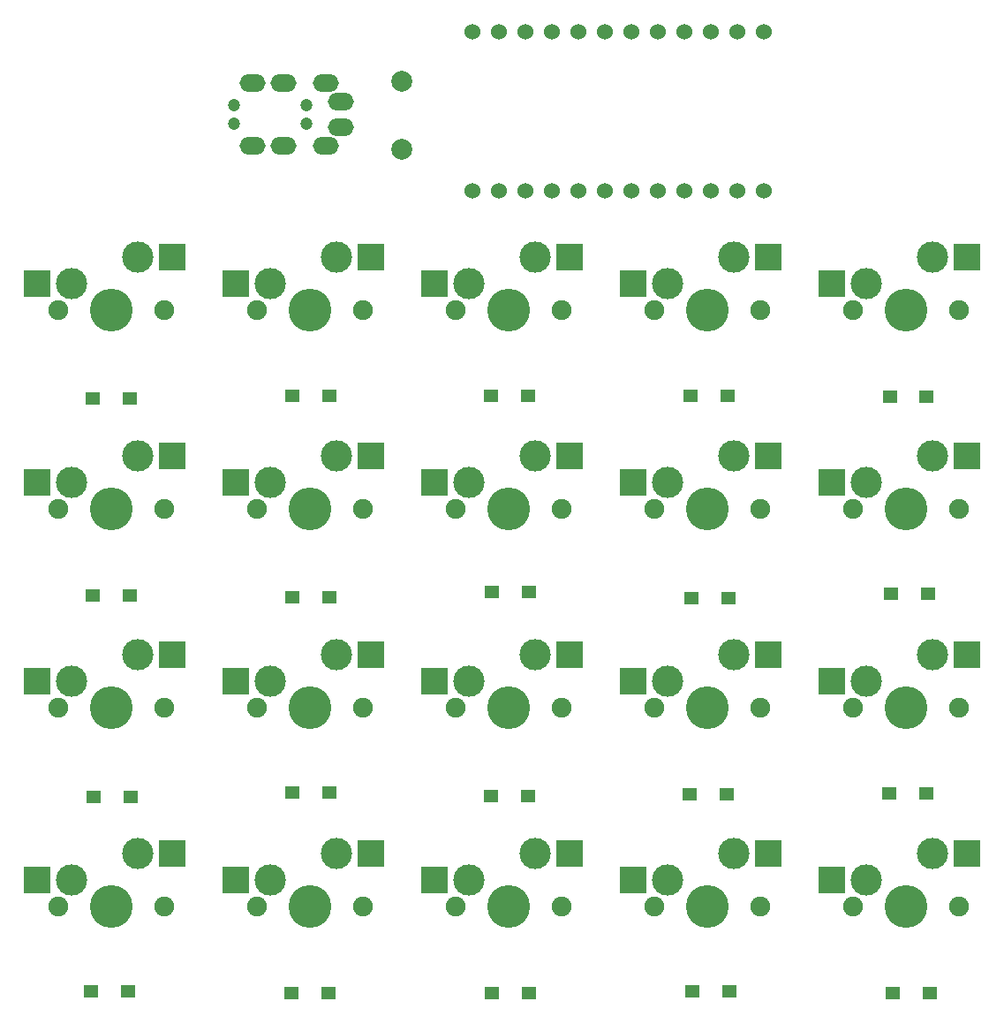
<source format=gbs>
%TF.GenerationSoftware,KiCad,Pcbnew,7.0.1-0*%
%TF.CreationDate,2023-08-16T18:46:33+09:00*%
%TF.ProjectId,jisaku20,6a697361-6b75-4323-902e-6b696361645f,rev?*%
%TF.SameCoordinates,Original*%
%TF.FileFunction,Soldermask,Bot*%
%TF.FilePolarity,Negative*%
%FSLAX46Y46*%
G04 Gerber Fmt 4.6, Leading zero omitted, Abs format (unit mm)*
G04 Created by KiCad (PCBNEW 7.0.1-0) date 2023-08-16 18:46:33*
%MOMM*%
%LPD*%
G01*
G04 APERTURE LIST*
%ADD10C,1.200000*%
%ADD11O,2.500000X1.700000*%
%ADD12C,1.900000*%
%ADD13C,3.000000*%
%ADD14C,4.100000*%
%ADD15R,2.550000X2.500000*%
%ADD16C,1.524000*%
%ADD17C,2.000000*%
%ADD18R,1.400000X1.300000*%
G04 APERTURE END LIST*
D10*
%TO.C,J1*%
X11760000Y17870000D03*
X18760000Y17870000D03*
X11760000Y19620000D03*
X18760000Y19620000D03*
D11*
X22060000Y17520000D03*
X22060000Y19970000D03*
X13560000Y15770000D03*
X13560000Y21720000D03*
X16560000Y15770000D03*
X16560000Y21720000D03*
X20560000Y15770000D03*
X20560000Y21720000D03*
%TD*%
D12*
%TO.C,SW15*%
X71120000Y-38100000D03*
D13*
X72390000Y-35560000D03*
D14*
X76200000Y-38100000D03*
D13*
X78740000Y-33020000D03*
D12*
X81280000Y-38100000D03*
D15*
X69115000Y-35560000D03*
X82042000Y-33020000D03*
%TD*%
D12*
%TO.C,SW1*%
X-5080000Y0D03*
D13*
X-3810000Y2540000D03*
D14*
X0Y0D03*
D13*
X2540000Y5080000D03*
D12*
X5080000Y0D03*
D15*
X-7085000Y2540000D03*
X5842000Y5080000D03*
%TD*%
D16*
%TO.C,U1*%
X62600000Y11430000D03*
X60060000Y11430000D03*
X57520000Y11430000D03*
X54980000Y11430000D03*
X52440000Y11430000D03*
X49900000Y11430000D03*
X47360000Y11430000D03*
X44820000Y11430000D03*
X42280000Y11430000D03*
X39740000Y11430000D03*
X37200000Y11430000D03*
X34660000Y11430000D03*
X34660000Y26650000D03*
X37200000Y26650000D03*
X39740000Y26650000D03*
X42280000Y26650000D03*
X44820000Y26650000D03*
X47360000Y26650000D03*
X49900000Y26650000D03*
X52440000Y26650000D03*
X54980000Y26650000D03*
X57520000Y26650000D03*
X60060000Y26650000D03*
X62600000Y26650000D03*
%TD*%
D12*
%TO.C,SW14*%
X52070000Y-38100000D03*
D13*
X53340000Y-35560000D03*
D14*
X57150000Y-38100000D03*
D13*
X59690000Y-33020000D03*
D12*
X62230000Y-38100000D03*
D15*
X50065000Y-35560000D03*
X62992000Y-33020000D03*
%TD*%
D12*
%TO.C,SW2*%
X13970000Y0D03*
D13*
X15240000Y2540000D03*
D14*
X19050000Y0D03*
D13*
X21590000Y5080000D03*
D12*
X24130000Y0D03*
D15*
X11965000Y2540000D03*
X24892000Y5080000D03*
%TD*%
D12*
%TO.C,SW17*%
X13970000Y-57150000D03*
D13*
X15240000Y-54610000D03*
D14*
X19050000Y-57150000D03*
D13*
X21590000Y-52070000D03*
D12*
X24130000Y-57150000D03*
D15*
X11965000Y-54610000D03*
X24892000Y-52070000D03*
%TD*%
D12*
%TO.C,SW5*%
X71120000Y0D03*
D13*
X72390000Y2540000D03*
D14*
X76200000Y0D03*
D13*
X78740000Y5080000D03*
D12*
X81280000Y0D03*
D15*
X69115000Y2540000D03*
X82042000Y5080000D03*
%TD*%
D12*
%TO.C,SW7*%
X13970000Y-19050000D03*
D13*
X15240000Y-16510000D03*
D14*
X19050000Y-19050000D03*
D13*
X21590000Y-13970000D03*
D12*
X24130000Y-19050000D03*
D15*
X11965000Y-16510000D03*
X24892000Y-13970000D03*
%TD*%
D12*
%TO.C,SW20*%
X71120000Y-57150000D03*
D13*
X72390000Y-54610000D03*
D14*
X76200000Y-57150000D03*
D13*
X78740000Y-52070000D03*
D12*
X81280000Y-57150000D03*
D15*
X69115000Y-54610000D03*
X82042000Y-52070000D03*
%TD*%
D12*
%TO.C,SW8*%
X33020000Y-19050000D03*
D13*
X34290000Y-16510000D03*
D14*
X38100000Y-19050000D03*
D13*
X40640000Y-13970000D03*
D12*
X43180000Y-19050000D03*
D15*
X31015000Y-16510000D03*
X43942000Y-13970000D03*
%TD*%
D12*
%TO.C,SW10*%
X71120000Y-19050000D03*
D13*
X72390000Y-16510000D03*
D14*
X76200000Y-19050000D03*
D13*
X78740000Y-13970000D03*
D12*
X81280000Y-19050000D03*
D15*
X69115000Y-16510000D03*
X82042000Y-13970000D03*
%TD*%
D12*
%TO.C,SW3*%
X33020000Y0D03*
D13*
X34290000Y2540000D03*
D14*
X38100000Y0D03*
D13*
X40640000Y5080000D03*
D12*
X43180000Y0D03*
D15*
X31015000Y2540000D03*
X43942000Y5080000D03*
%TD*%
D12*
%TO.C,SW16*%
X-5080000Y-57150000D03*
D13*
X-3810000Y-54610000D03*
D14*
X0Y-57150000D03*
D13*
X2540000Y-52070000D03*
D12*
X5080000Y-57150000D03*
D15*
X-7085000Y-54610000D03*
X5842000Y-52070000D03*
%TD*%
D12*
%TO.C,SW18*%
X33020000Y-57150000D03*
D13*
X34290000Y-54610000D03*
D14*
X38100000Y-57150000D03*
D13*
X40640000Y-52070000D03*
D12*
X43180000Y-57150000D03*
D15*
X31015000Y-54610000D03*
X43942000Y-52070000D03*
%TD*%
D12*
%TO.C,SW12*%
X13970000Y-38100000D03*
D13*
X15240000Y-35560000D03*
D14*
X19050000Y-38100000D03*
D13*
X21590000Y-33020000D03*
D12*
X24130000Y-38100000D03*
D15*
X11965000Y-35560000D03*
X24892000Y-33020000D03*
%TD*%
D12*
%TO.C,SW9*%
X52070000Y-19050000D03*
D13*
X53340000Y-16510000D03*
D14*
X57150000Y-19050000D03*
D13*
X59690000Y-13970000D03*
D12*
X62230000Y-19050000D03*
D15*
X50065000Y-16510000D03*
X62992000Y-13970000D03*
%TD*%
D17*
%TO.C,SW21*%
X27830000Y15380000D03*
X27830000Y21880000D03*
%TD*%
D12*
%TO.C,SW11*%
X-5080000Y-38100000D03*
D13*
X-3810000Y-35560000D03*
D14*
X0Y-38100000D03*
D13*
X2540000Y-33020000D03*
D12*
X5080000Y-38100000D03*
D15*
X-7085000Y-35560000D03*
X5842000Y-33020000D03*
%TD*%
D12*
%TO.C,SW6*%
X-5080000Y-19050000D03*
D13*
X-3810000Y-16510000D03*
D14*
X0Y-19050000D03*
D13*
X2540000Y-13970000D03*
D12*
X5080000Y-19050000D03*
D15*
X-7085000Y-16510000D03*
X5842000Y-13970000D03*
%TD*%
D12*
%TO.C,SW4*%
X52070000Y0D03*
D13*
X53340000Y2540000D03*
D14*
X57150000Y0D03*
D13*
X59690000Y5080000D03*
D12*
X62230000Y0D03*
D15*
X50065000Y2540000D03*
X62992000Y5080000D03*
%TD*%
D12*
%TO.C,SW13*%
X33020000Y-38100000D03*
D13*
X34290000Y-35560000D03*
D14*
X38100000Y-38100000D03*
D13*
X40640000Y-33020000D03*
D12*
X43180000Y-38100000D03*
D15*
X31015000Y-35560000D03*
X43942000Y-33020000D03*
%TD*%
D12*
%TO.C,SW19*%
X52070000Y-57150000D03*
D13*
X53340000Y-54610000D03*
D14*
X57150000Y-57150000D03*
D13*
X59690000Y-52070000D03*
D12*
X62230000Y-57150000D03*
D15*
X50065000Y-54610000D03*
X62992000Y-52070000D03*
%TD*%
D18*
%TO.C,D15*%
X74585000Y-46332500D03*
X78135000Y-46332500D03*
%TD*%
%TO.C,D11*%
X-1705000Y-46640000D03*
X1845000Y-46640000D03*
%TD*%
%TO.C,D4*%
X55555000Y-8240000D03*
X59105000Y-8240000D03*
%TD*%
%TO.C,D6*%
X-1725000Y-27340000D03*
X1825000Y-27340000D03*
%TD*%
%TO.C,D9*%
X55665000Y-27630000D03*
X59215000Y-27630000D03*
%TD*%
%TO.C,D8*%
X36535000Y-27050000D03*
X40085000Y-27050000D03*
%TD*%
%TO.C,D20*%
X74920000Y-65430000D03*
X78470000Y-65430000D03*
%TD*%
%TO.C,D17*%
X17286250Y-65430000D03*
X20836250Y-65430000D03*
%TD*%
%TO.C,D12*%
X17367500Y-46230000D03*
X20917500Y-46230000D03*
%TD*%
%TO.C,D10*%
X74795000Y-27195000D03*
X78345000Y-27195000D03*
%TD*%
%TO.C,D5*%
X74655000Y-8300000D03*
X78205000Y-8300000D03*
%TD*%
%TO.C,D13*%
X36440000Y-46537500D03*
X39990000Y-46537500D03*
%TD*%
%TO.C,D1*%
X-1745000Y-8510000D03*
X1805000Y-8510000D03*
%TD*%
%TO.C,D14*%
X55512500Y-46435000D03*
X59062500Y-46435000D03*
%TD*%
%TO.C,D7*%
X17405000Y-27485000D03*
X20955000Y-27485000D03*
%TD*%
%TO.C,D3*%
X36455000Y-8240000D03*
X40005000Y-8240000D03*
%TD*%
%TO.C,D19*%
X55708750Y-65300000D03*
X59258750Y-65300000D03*
%TD*%
%TO.C,D18*%
X36497500Y-65430000D03*
X40047500Y-65430000D03*
%TD*%
%TO.C,D16*%
X-1925000Y-65300000D03*
X1625000Y-65300000D03*
%TD*%
%TO.C,D2*%
X17355000Y-8240000D03*
X20905000Y-8240000D03*
%TD*%
M02*

</source>
